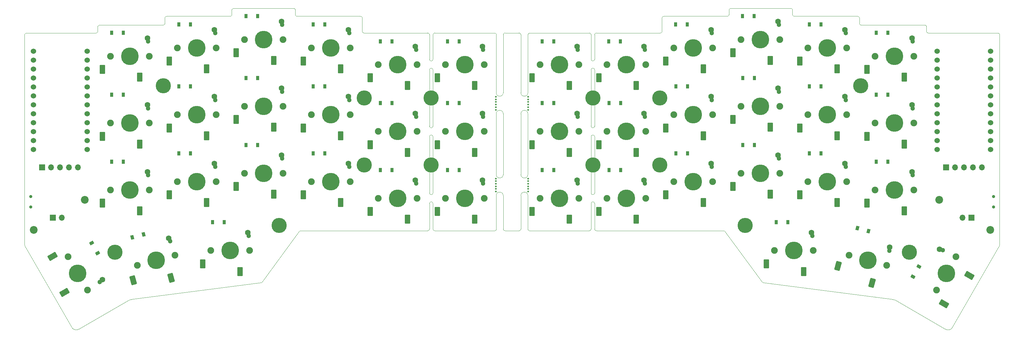
<source format=gbs>
G04 #@! TF.GenerationSoftware,KiCad,Pcbnew,(6.99.0-1912-g359c99991b)*
G04 #@! TF.CreationDate,2023-07-01T16:50:16+07:00*
G04 #@! TF.ProjectId,corne_chocoflan,636f726e-655f-4636-986f-636f666c616e,2*
G04 #@! TF.SameCoordinates,Original*
G04 #@! TF.FileFunction,Soldermask,Bot*
G04 #@! TF.FilePolarity,Negative*
%FSLAX46Y46*%
G04 Gerber Fmt 4.6, Leading zero omitted, Abs format (unit mm)*
G04 Created by KiCad (PCBNEW (6.99.0-1912-g359c99991b)) date 2023-07-01 16:50:16*
%MOMM*%
%LPD*%
G01*
G04 APERTURE LIST*
G04 Aperture macros list*
%AMRoundRect*
0 Rectangle with rounded corners*
0 $1 Rounding radius*
0 $2 $3 $4 $5 $6 $7 $8 $9 X,Y pos of 4 corners*
0 Add a 4 corners polygon primitive as box body*
4,1,4,$2,$3,$4,$5,$6,$7,$8,$9,$2,$3,0*
0 Add four circle primitives for the rounded corners*
1,1,$1+$1,$2,$3*
1,1,$1+$1,$4,$5*
1,1,$1+$1,$6,$7*
1,1,$1+$1,$8,$9*
0 Add four rect primitives between the rounded corners*
20,1,$1+$1,$2,$3,$4,$5,0*
20,1,$1+$1,$4,$5,$6,$7,0*
20,1,$1+$1,$6,$7,$8,$9,0*
20,1,$1+$1,$8,$9,$2,$3,0*%
%AMRotRect*
0 Rectangle, with rotation*
0 The origin of the aperture is its center*
0 $1 length*
0 $2 width*
0 $3 Rotation angle, in degrees counterclockwise*
0 Add horizontal line*
21,1,$1,$2,0,0,$3*%
G04 Aperture macros list end*
%ADD10C,2.200000*%
%ADD11C,4.300000*%
%ADD12R,1.700000X1.700000*%
%ADD13O,1.700000X1.700000*%
%ADD14C,0.500000*%
%ADD15C,1.524000*%
%ADD16C,0.900000*%
%ADD17R,0.900000X1.200000*%
%ADD18C,1.900000*%
%ADD19C,1.300000*%
%ADD20C,1.600000*%
%ADD21C,5.000000*%
%ADD22RoundRect,0.160000X0.640000X1.140000X-0.640000X1.140000X-0.640000X-1.140000X0.640000X-1.140000X0*%
%ADD23RotRect,0.900000X1.200000X300.000000*%
%ADD24RotRect,0.900000X1.200000X165.000000*%
%ADD25RoundRect,0.160000X0.913246X0.935511X-0.323139X1.266800X-0.913246X-0.935511X0.323139X-1.266800X0*%
%ADD26RotRect,0.900000X1.200000X240.000000*%
%ADD27RoundRect,0.160000X-0.667269X1.124256X-1.307269X0.015744X0.667269X-1.124256X1.307269X-0.015744X0*%
%ADD28RoundRect,0.160000X0.323139X1.266800X-0.913246X0.935511X-0.323139X-1.266800X0.913246X-0.935511X0*%
%ADD29RotRect,0.900000X1.200000X15.000000*%
%ADD30RoundRect,0.160000X1.307269X0.015744X0.667269X1.124256X-1.307269X-0.015744X-0.667269X-1.124256X0*%
G04 #@! TA.AperFunction,Profile*
%ADD31C,0.100000*%
G04 #@! TD*
%ADD32C,0.100000*%
%ADD33C,0.200000*%
G04 APERTURE END LIST*
D10*
X259432092Y-54485708D03*
D11*
X96332284Y-44511708D03*
X250893092Y-69366708D03*
X161170092Y-25511708D03*
X180170092Y-25511708D03*
D12*
X4994506Y-45249931D03*
D13*
X7534506Y-45249931D03*
X10074506Y-45249931D03*
X12614506Y-45249931D03*
X15154506Y-45249931D03*
D14*
X142801188Y-48400511D03*
X142801188Y-49140511D03*
X142801188Y-49880511D03*
X142801188Y-50620511D03*
X142801188Y-51360511D03*
X142801188Y-52100511D03*
D15*
X17740418Y-12171932D03*
X17740418Y-14711932D03*
X17740418Y-17251932D03*
X17740418Y-19791932D03*
X17740418Y-22331932D03*
X17740418Y-24871932D03*
X17740418Y-27411932D03*
X17740418Y-29951932D03*
X17740418Y-32491932D03*
X17740418Y-35031932D03*
X17740418Y-37571932D03*
X17740418Y-40111932D03*
X2520418Y-40111932D03*
X2520418Y-37571932D03*
X2520418Y-35031932D03*
X2520418Y-32491932D03*
X2520418Y-29951932D03*
X2520418Y-27411932D03*
X2520418Y-24871932D03*
X2520418Y-22331932D03*
X2520418Y-19791932D03*
X2520418Y-17251932D03*
X2520418Y-14711932D03*
X2520418Y-12171932D03*
D11*
X180170092Y-44511708D03*
X96332284Y-25511708D03*
D10*
X273864092Y-63006708D03*
D14*
X142801188Y-25150739D03*
X142801188Y-25890739D03*
X142801188Y-26630739D03*
X142801188Y-27370739D03*
X142801188Y-28110739D03*
X142801188Y-28850739D03*
D11*
X204327092Y-61752208D03*
D10*
X2638284Y-63006708D03*
D14*
X133701188Y-28850739D03*
X133701188Y-28110739D03*
X133701188Y-27370739D03*
X133701188Y-26630739D03*
X133701188Y-25890739D03*
X133701188Y-25150739D03*
D16*
X1721188Y-53500000D03*
X1721188Y-56500000D03*
D11*
X72175284Y-61752208D03*
D14*
X133701188Y-52100511D03*
X133701188Y-51360511D03*
X133701188Y-50620511D03*
X133701188Y-49880511D03*
X133701188Y-49140511D03*
X133701188Y-48400511D03*
D11*
X161170092Y-44511708D03*
X115332284Y-25511708D03*
X39364284Y-21997208D03*
D12*
X261347868Y-45249931D03*
D13*
X263887868Y-45249931D03*
X266427868Y-45249931D03*
X268967868Y-45249931D03*
X271507868Y-45249931D03*
D11*
X115332284Y-44511708D03*
X25609284Y-69366708D03*
D15*
X273984758Y-12171932D03*
X273984758Y-14711932D03*
X273984758Y-17251932D03*
X273984758Y-19791932D03*
X273984758Y-22331932D03*
X273984758Y-24871932D03*
X273984758Y-27411932D03*
X273984758Y-29951932D03*
X273984758Y-32491932D03*
X273984758Y-35031932D03*
X273984758Y-37571932D03*
X273984758Y-40111932D03*
X258764758Y-40111932D03*
X258764758Y-37571932D03*
X258764758Y-35031932D03*
X258764758Y-32491932D03*
X258764758Y-29951932D03*
X258764758Y-27411932D03*
X258764758Y-24871932D03*
X258764758Y-22331932D03*
X258764758Y-19791932D03*
X258764758Y-17251932D03*
X258764758Y-14711932D03*
X258764758Y-12171932D03*
D11*
X237138092Y-21997208D03*
D10*
X17070284Y-54485708D03*
D16*
X274781188Y-56500000D03*
X274781188Y-53500000D03*
D17*
X225851187Y-4619863D03*
X222551187Y-4619863D03*
D18*
X233168358Y-49259932D03*
D19*
X232888358Y-45059932D03*
D20*
X232668358Y-44109932D03*
D21*
X227668358Y-49259932D03*
D18*
X222168358Y-49259932D03*
D22*
X219868358Y-53009932D03*
X230468358Y-55209932D03*
D18*
X252168358Y-51634932D03*
D19*
X251888358Y-47434932D03*
D20*
X251668358Y-46484932D03*
D21*
X246668358Y-51634932D03*
D18*
X241168358Y-51634932D03*
D22*
X238868358Y-55384932D03*
X249468358Y-57584932D03*
D18*
X130334018Y-35009932D03*
D19*
X130054018Y-30809932D03*
D20*
X129834018Y-29859932D03*
D21*
X124834018Y-35009932D03*
D18*
X119334018Y-35009932D03*
D22*
X117034018Y-38759932D03*
X127634018Y-40959932D03*
D17*
X119916847Y-46019863D03*
X123216847Y-46019863D03*
X100916847Y-26969863D03*
X104216847Y-26969863D03*
D23*
X19032763Y-66728008D03*
X20682763Y-69585892D03*
D18*
X111334018Y-16009932D03*
D19*
X111054018Y-11809932D03*
D20*
X110834018Y-10859932D03*
D21*
X105834018Y-16009932D03*
D18*
X100334018Y-16009932D03*
D22*
X98034018Y-19759932D03*
X108634018Y-21959932D03*
D24*
X239359717Y-63383108D03*
X236172161Y-62529006D03*
D17*
X24716847Y-24594863D03*
X28016847Y-24594863D03*
D18*
X54334018Y-11259932D03*
D19*
X54054018Y-7059932D03*
D20*
X53834018Y-6109932D03*
D21*
X48834018Y-11259932D03*
D18*
X43334018Y-11259932D03*
D22*
X41034018Y-15009932D03*
X51634018Y-17209932D03*
D18*
X195168358Y-11259932D03*
D19*
X194888358Y-7059932D03*
D20*
X194668358Y-6109932D03*
D21*
X189668358Y-11259932D03*
D18*
X184168358Y-11259932D03*
D22*
X181868358Y-15009932D03*
X192468358Y-17209932D03*
D17*
X100916847Y-46019863D03*
X104216847Y-46019863D03*
X150101187Y-26969863D03*
X146801187Y-26969863D03*
X225899999Y-41269863D03*
X222599999Y-41269863D03*
X43766847Y-41269863D03*
X47066847Y-41269863D03*
D18*
X35334018Y-51634932D03*
D19*
X35054018Y-47434932D03*
D20*
X34834018Y-46484932D03*
D21*
X29834018Y-51634932D03*
D18*
X24334018Y-51634932D03*
D22*
X22034018Y-55384932D03*
X32634018Y-57584932D03*
D18*
X92334018Y-11259932D03*
D19*
X92054018Y-7059932D03*
D20*
X91834018Y-6109932D03*
D21*
X86834018Y-11259932D03*
D18*
X81334018Y-11259932D03*
D22*
X79034018Y-15009932D03*
X89634018Y-17209932D03*
D17*
X169051187Y-46019863D03*
X165751187Y-46019863D03*
D18*
X244480950Y-73058437D03*
D19*
X245297531Y-68929079D03*
D20*
X245330905Y-67954509D03*
D21*
X239168358Y-71634932D03*
D18*
X233855766Y-70211427D03*
D25*
X230663565Y-73238365D03*
X240332977Y-78106884D03*
D18*
X252168358Y-32634932D03*
D19*
X251888358Y-28434932D03*
D20*
X251668358Y-27484932D03*
D21*
X246668358Y-32634932D03*
D18*
X241168358Y-32634932D03*
D22*
X238868358Y-36384932D03*
X249468358Y-38584932D03*
D26*
X253596869Y-73435794D03*
X251946869Y-76293678D03*
D18*
X223668358Y-68884932D03*
D19*
X223388358Y-64684932D03*
D20*
X223168358Y-63734932D03*
D21*
X218168358Y-68884932D03*
D18*
X212668358Y-68884932D03*
D22*
X210368358Y-72634932D03*
X220968358Y-74834932D03*
D17*
X81866847Y-41269863D03*
X85166847Y-41269863D03*
D18*
X92334018Y-30259932D03*
D19*
X92054018Y-26059932D03*
D20*
X91834018Y-25109932D03*
D21*
X86834018Y-30259932D03*
D18*
X81334018Y-30259932D03*
D22*
X79034018Y-34009932D03*
X89634018Y-36209932D03*
D17*
X187951187Y-4619863D03*
X184651187Y-4619863D03*
D18*
X35334018Y-13634932D03*
D19*
X35054018Y-9434932D03*
D20*
X34834018Y-8484932D03*
D21*
X29834018Y-13634932D03*
D18*
X24334018Y-13634932D03*
D22*
X22034018Y-17384932D03*
X32634018Y-19584932D03*
D17*
X24716847Y-43644863D03*
X28016847Y-43644863D03*
D18*
X157168358Y-35009932D03*
D19*
X156888358Y-30809932D03*
D20*
X156668358Y-29859932D03*
D21*
X151668358Y-35009932D03*
D18*
X146168358Y-35009932D03*
D22*
X143868358Y-38759932D03*
X154468358Y-40959932D03*
D17*
X169051187Y-26969863D03*
X165751187Y-26969863D03*
D18*
X157168358Y-16009932D03*
D19*
X156888358Y-11809932D03*
D20*
X156668358Y-10859932D03*
D21*
X151668358Y-16009932D03*
D18*
X146168358Y-16009932D03*
D22*
X143868358Y-19759932D03*
X154468358Y-21959932D03*
D18*
X264168358Y-70621792D03*
D19*
X260391051Y-68764279D03*
D20*
X259458327Y-68479805D03*
D21*
X261418358Y-75384932D03*
D18*
X258668358Y-80148072D03*
D27*
X260765953Y-84014930D03*
X267971209Y-75935061D03*
D18*
X42646610Y-70211427D03*
D19*
X41289111Y-66227008D03*
D20*
X40830729Y-65366319D03*
D21*
X37334018Y-71634932D03*
D18*
X32021426Y-73058437D03*
D28*
X30770368Y-77275942D03*
X41578584Y-76657497D03*
D18*
X214168358Y-46884932D03*
D19*
X213888358Y-42684932D03*
D20*
X213668358Y-41734932D03*
D21*
X208668358Y-46884932D03*
D18*
X203168358Y-46884932D03*
D22*
X200868358Y-50634932D03*
X211468358Y-52834932D03*
D17*
X43716847Y-4619863D03*
X47016847Y-4619863D03*
D18*
X111334018Y-54009932D03*
D19*
X111054018Y-49809932D03*
D20*
X110834018Y-48859932D03*
D21*
X105834018Y-54009932D03*
D18*
X100334018Y-54009932D03*
D22*
X98034018Y-57759932D03*
X108634018Y-59959932D03*
D17*
X225899999Y-22219863D03*
X222599999Y-22219863D03*
D12*
X268516187Y-59499999D03*
D13*
X265976187Y-59499999D03*
D18*
X157168358Y-54009932D03*
D19*
X156888358Y-49809932D03*
D20*
X156668358Y-48859932D03*
D21*
X151668358Y-54009932D03*
D18*
X146168358Y-54009932D03*
D22*
X143868358Y-57759932D03*
X154468358Y-59959932D03*
D18*
X176168358Y-54009932D03*
D19*
X175888358Y-49809932D03*
D20*
X175668358Y-48859932D03*
D21*
X170668358Y-54009932D03*
D18*
X165168358Y-54009932D03*
D22*
X162868358Y-57759932D03*
X173468358Y-59959932D03*
D17*
X100866847Y-9369863D03*
X104166847Y-9369863D03*
X24666847Y-6994863D03*
X27966847Y-6994863D03*
D18*
X233168358Y-11259932D03*
D19*
X232888358Y-7059932D03*
D20*
X232668358Y-6109932D03*
D21*
X227668358Y-11259932D03*
D18*
X222168358Y-11259932D03*
D22*
X219868358Y-15009932D03*
X230468358Y-17209932D03*
D18*
X195168358Y-49259932D03*
D19*
X194888358Y-45059932D03*
D20*
X194668358Y-44109932D03*
D21*
X189668358Y-49259932D03*
D18*
X184168358Y-49259932D03*
D22*
X181868358Y-53009932D03*
X192468358Y-55209932D03*
D17*
X62816847Y-38894863D03*
X66116847Y-38894863D03*
X53316847Y-60844863D03*
X56616847Y-60844863D03*
D18*
X214168358Y-27884932D03*
D19*
X213888358Y-23684932D03*
D20*
X213668358Y-22734932D03*
D21*
X208668358Y-27884932D03*
D18*
X203168358Y-27884932D03*
D22*
X200868358Y-31634932D03*
X211468358Y-33834932D03*
D18*
X92334018Y-49259932D03*
D19*
X92054018Y-45059932D03*
D20*
X91834018Y-44109932D03*
D21*
X86834018Y-49259932D03*
D18*
X81334018Y-49259932D03*
D22*
X79034018Y-53009932D03*
X89634018Y-55209932D03*
D18*
X195168358Y-30259932D03*
D19*
X194888358Y-26059932D03*
D20*
X194668358Y-25109932D03*
D21*
X189668358Y-30259932D03*
D18*
X184168358Y-30259932D03*
D22*
X181868358Y-34009932D03*
X192468358Y-36209932D03*
D18*
X214168358Y-8884932D03*
D19*
X213888358Y-4684932D03*
D20*
X213668358Y-3734932D03*
D21*
X208668358Y-8884932D03*
D18*
X203168358Y-8884932D03*
D22*
X200868358Y-12634932D03*
X211468358Y-14834932D03*
D17*
X244801187Y-6994863D03*
X241501187Y-6994863D03*
X206901187Y-2244863D03*
X203601187Y-2244863D03*
X206949999Y-19844863D03*
X203649999Y-19844863D03*
D18*
X176168358Y-16009932D03*
D19*
X175888358Y-11809932D03*
D20*
X175668358Y-10859932D03*
D21*
X170668358Y-16009932D03*
D18*
X165168358Y-16009932D03*
D22*
X162868358Y-19759932D03*
X173468358Y-21959932D03*
D17*
X206949999Y-38894863D03*
X203649999Y-38894863D03*
X62766847Y-2244863D03*
X66066847Y-2244863D03*
D18*
X73334018Y-46884932D03*
D19*
X73054018Y-42684932D03*
D20*
X72834018Y-41734932D03*
D21*
X67834018Y-46884932D03*
D18*
X62334018Y-46884932D03*
D22*
X60034018Y-50634932D03*
X70634018Y-52834932D03*
D18*
X233168358Y-30259932D03*
D19*
X232888358Y-26059932D03*
D20*
X232668358Y-25109932D03*
D21*
X227668358Y-30259932D03*
D18*
X222168358Y-30259932D03*
D22*
X219868358Y-34009932D03*
X230468358Y-36209932D03*
D17*
X119916847Y-9369863D03*
X123216847Y-9369863D03*
X62816847Y-19844863D03*
X66116847Y-19844863D03*
D18*
X73334018Y-27884932D03*
D19*
X73054018Y-23684932D03*
D20*
X72834018Y-22734932D03*
D21*
X67834018Y-27884932D03*
D18*
X62334018Y-27884932D03*
D22*
X60034018Y-31634932D03*
X70634018Y-33834932D03*
D18*
X73334018Y-8884932D03*
D19*
X73054018Y-4684932D03*
D20*
X72834018Y-3734932D03*
D21*
X67834018Y-8884932D03*
D18*
X62334018Y-8884932D03*
D22*
X60034018Y-12634932D03*
X70634018Y-14834932D03*
D18*
X130334018Y-54009932D03*
D19*
X130054018Y-49809932D03*
D20*
X129834018Y-48859932D03*
D21*
X124834018Y-54009932D03*
D18*
X119334018Y-54009932D03*
D22*
X117034018Y-57759932D03*
X127634018Y-59959932D03*
D17*
X244849999Y-24594863D03*
X241549999Y-24594863D03*
X119966847Y-26969863D03*
X123266847Y-26969863D03*
D12*
X7986187Y-59499999D03*
D13*
X10526187Y-59499999D03*
D29*
X30557974Y-65147468D03*
X33745530Y-64293366D03*
D17*
X188001187Y-22219863D03*
X184701187Y-22219863D03*
X150051187Y-46019863D03*
X146751187Y-46019863D03*
D18*
X176168358Y-35009932D03*
D19*
X175888358Y-30809932D03*
D20*
X175668358Y-29859932D03*
D21*
X170668358Y-35009932D03*
D18*
X165168358Y-35009932D03*
D22*
X162868358Y-38759932D03*
X173468358Y-40959932D03*
D17*
X81816847Y-4619863D03*
X85116847Y-4619863D03*
X169001187Y-9369863D03*
X165701187Y-9369863D03*
D18*
X35334018Y-32634932D03*
D19*
X35054018Y-28434932D03*
D20*
X34834018Y-27484932D03*
D21*
X29834018Y-32634932D03*
D18*
X24334018Y-32634932D03*
D22*
X22034018Y-36384932D03*
X32634018Y-38584932D03*
D17*
X81866847Y-22219863D03*
X85166847Y-22219863D03*
X244849999Y-43644863D03*
X241549999Y-43644863D03*
D18*
X54334018Y-49259932D03*
D19*
X54054018Y-45059932D03*
D20*
X53834018Y-44109932D03*
D21*
X48834018Y-49259932D03*
D18*
X43334018Y-49259932D03*
D22*
X41034018Y-53009932D03*
X51634018Y-55209932D03*
D17*
X150051187Y-9369863D03*
X146751187Y-9369863D03*
D18*
X17834018Y-80148072D03*
D19*
X21331325Y-77805585D03*
D20*
X22044049Y-77140059D03*
D21*
X15084018Y-75384932D03*
D18*
X12334018Y-70621792D03*
D30*
X7936423Y-70504934D03*
X11331167Y-80784803D03*
D17*
X216451187Y-60844863D03*
X213151187Y-60844863D03*
D18*
X63834018Y-68884932D03*
D19*
X63554018Y-64684932D03*
D20*
X63334018Y-63734932D03*
D21*
X58334018Y-68884932D03*
D18*
X52834018Y-68884932D03*
D22*
X50534018Y-72634932D03*
X61134018Y-74834932D03*
D18*
X252168358Y-13634932D03*
D19*
X251888358Y-9434932D03*
D20*
X251668358Y-8484932D03*
D21*
X246668358Y-13634932D03*
D18*
X241168358Y-13634932D03*
D22*
X238868358Y-17384932D03*
X249468358Y-19584932D03*
D17*
X188001187Y-41269863D03*
X184701187Y-41269863D03*
D18*
X130334018Y-16009932D03*
D19*
X130054018Y-11809932D03*
D20*
X129834018Y-10859932D03*
D21*
X124834018Y-16009932D03*
D18*
X119334018Y-16009932D03*
D22*
X117034018Y-19759932D03*
X127634018Y-21959932D03*
D17*
X43766847Y-22219863D03*
X47066847Y-22219863D03*
D18*
X54334018Y-30259932D03*
D19*
X54054018Y-26059932D03*
D20*
X53834018Y-25109932D03*
D21*
X48834018Y-30259932D03*
D18*
X43334018Y-30259932D03*
D22*
X41034018Y-34009932D03*
X51634018Y-36209932D03*
D18*
X111334018Y-35009932D03*
D19*
X111054018Y-30809932D03*
D20*
X110834018Y-29859932D03*
D21*
X105834018Y-35009932D03*
D18*
X100334018Y-35009932D03*
D22*
X98034018Y-38759932D03*
X108634018Y-40959932D03*
D31*
X133249285Y-7002009D02*
X116332284Y-7002009D01*
D32*
X255750597Y-5250174D02*
X255741214Y-5149988D01*
X255702773Y-5034467D01*
X255638356Y-4933394D01*
X255551935Y-4850694D01*
X255447481Y-4790286D01*
X255328965Y-4756095D01*
X255252757Y-4749795D01*
D31*
X160670092Y-62751781D02*
X160670092Y-55502009D01*
X162170092Y-7002009D02*
X180252981Y-7002009D01*
X160170092Y-7002009D02*
X143253091Y-7002009D01*
X276502376Y-7500612D02*
X276502376Y-66974653D01*
X114832291Y-7502009D02*
G75*
G03*
X114332284Y-7002009I-499991J9D01*
G01*
X115832284Y-36502009D02*
X115832284Y-52502009D01*
D32*
X198606497Y-63398337D02*
X198520082Y-63329194D01*
X198421535Y-63281102D01*
X198314594Y-63255609D01*
X198252931Y-63251781D01*
D33*
X217253125Y-1776D02*
X217253125Y-1776D01*
D31*
X135751188Y-7502009D02*
X135751188Y-24000739D01*
X263050292Y-90783320D02*
X276276316Y-67850953D01*
D32*
X58750142Y-1750058D02*
X58739756Y-1851413D01*
X58700405Y-1967956D01*
X58635398Y-2069592D01*
X58548637Y-2152432D01*
X58444025Y-2212590D01*
X58325464Y-2246178D01*
X58249256Y-2251960D01*
X199250893Y-2250437D02*
X199352331Y-2240802D01*
X199468915Y-2202098D01*
X199570490Y-2137423D01*
X199653135Y-2050691D01*
X199712926Y-1945818D01*
X199745944Y-1826718D01*
X199751272Y-1750058D01*
X200251652Y0D02*
X200151305Y-10769D01*
X200035690Y-50475D01*
X199934676Y-115714D01*
X199852218Y-202597D01*
X199792271Y-307238D01*
X199758788Y-425749D01*
X199753048Y-501897D01*
D31*
X114832284Y-17502009D02*
X114832284Y-33502009D01*
X15380201Y-91162792D02*
X29674284Y-82901708D01*
X161670092Y-14502009D02*
X161670092Y-7502009D01*
X161670091Y-17502009D02*
G75*
G03*
X161170092Y-17002009I-499991J9D01*
G01*
D32*
X209149521Y-77855497D02*
X209235957Y-77924558D01*
X209334507Y-77972574D01*
X209441435Y-77998000D01*
X209503086Y-78001795D01*
X0Y-7500612D02*
X10005Y-7400299D01*
X49023Y-7284717D01*
X113844Y-7183721D01*
X200556Y-7101266D01*
X305246Y-7041302D01*
X424002Y-7007783D01*
X500379Y-7002009D01*
X96249395Y-7002009D02*
X96148626Y-6991871D01*
X96032633Y-6952706D01*
X95931404Y-6887721D01*
X95848890Y-6800789D01*
X95789040Y-6695784D01*
X95755806Y-6576579D01*
X95750285Y-6499853D01*
D31*
X161670119Y-62751781D02*
G75*
G03*
X162170092Y-63251781I499981J-19D01*
G01*
X160670091Y-14502009D02*
G75*
G03*
X161170092Y-15002009I500009J9D01*
G01*
X114832284Y-7502009D02*
X114832284Y-14502009D01*
D32*
X180252981Y-7002009D02*
X180353749Y-6991871D01*
X180469742Y-6952706D01*
X180570971Y-6887721D01*
X180653485Y-6800789D01*
X180713335Y-6695784D01*
X180746569Y-6576579D01*
X180752091Y-6499853D01*
X20749497Y-6501887D02*
X20739360Y-6602656D01*
X20700235Y-6718668D01*
X20635374Y-6819959D01*
X20548698Y-6902602D01*
X20444127Y-6962667D01*
X20325581Y-6996228D01*
X20249376Y-7002009D01*
D31*
X116332284Y-63251781D02*
X133249285Y-63251781D01*
D32*
X39749433Y-4251955D02*
X39739252Y-4352715D01*
X39700102Y-4468667D01*
X39635285Y-4569801D01*
X39548759Y-4652145D01*
X39444479Y-4711727D01*
X39326403Y-4744573D01*
X39250581Y-4749795D01*
D31*
X135751188Y-53250511D02*
X135751188Y-62751781D01*
D32*
X20751779Y-5250174D02*
X20761161Y-5149988D01*
X20799602Y-5034467D01*
X20864019Y-4933394D01*
X20950440Y-4850694D01*
X21054894Y-4790286D01*
X21173410Y-4756095D01*
X21249619Y-4749795D01*
X255752879Y-6501887D02*
X255763015Y-6602656D01*
X255802140Y-6718668D01*
X255867001Y-6819959D01*
X255953677Y-6902602D01*
X256058248Y-6962667D01*
X256176794Y-6996228D01*
X256253000Y-7002009D01*
D31*
X114332284Y-7002009D02*
X96249395Y-7002009D01*
X180752091Y-2750817D02*
X180752091Y-6499853D01*
D32*
X236752943Y-4251955D02*
X236763123Y-4352715D01*
X236802273Y-4468667D01*
X236867090Y-4569801D01*
X236953616Y-4652145D01*
X237057896Y-4711727D01*
X237175972Y-4744573D01*
X237251795Y-4749795D01*
X133751188Y-62750638D02*
X133741000Y-62851406D01*
X133701788Y-62967425D01*
X133636784Y-63068762D01*
X133549874Y-63151521D01*
X133444945Y-63211804D01*
X133325886Y-63245714D01*
X133249285Y-63251781D01*
D31*
X198606497Y-63398337D02*
X209149521Y-77855497D01*
D32*
X143253091Y-7002009D02*
X143152317Y-7012141D01*
X143036268Y-7051258D01*
X142934867Y-7116103D01*
X142852000Y-7202748D01*
X142791556Y-7307268D01*
X142757422Y-7425737D01*
X142751188Y-7501882D01*
D31*
X160670092Y-52502009D02*
X160670092Y-36502009D01*
X115332284Y-34001984D02*
G75*
G03*
X115832284Y-33502009I16J499984D01*
G01*
X161670092Y-36502009D02*
X161670092Y-52502009D01*
X140751188Y-53250511D02*
X140751188Y-62751781D01*
X246828092Y-82901708D02*
X261122175Y-91162792D01*
X67352855Y-77855497D02*
X77895879Y-63398337D01*
X161170092Y-34001992D02*
G75*
G03*
X161670092Y-33502009I8J499992D01*
G01*
D32*
X261122175Y-91162792D02*
X261243752Y-91236101D01*
X261369682Y-91295626D01*
X261498999Y-91341548D01*
X261630743Y-91374049D01*
X261763948Y-91393309D01*
X261897653Y-91399512D01*
X262030894Y-91392838D01*
X262162708Y-91373470D01*
X262292133Y-91341588D01*
X262418204Y-91297376D01*
X262539960Y-91241013D01*
X262656436Y-91172683D01*
X262766671Y-91092567D01*
X262869700Y-91000847D01*
X262964561Y-90897704D01*
X263050292Y-90783320D01*
D31*
X160670091Y-33502009D02*
G75*
G03*
X161170092Y-34002009I500009J9D01*
G01*
D32*
X67352855Y-77855497D02*
X67266418Y-77924558D01*
X67167868Y-77972574D01*
X67060940Y-77998000D01*
X66999290Y-78001795D01*
D31*
X133751188Y-30000739D02*
X133751188Y-47250511D01*
X161670091Y-36502009D02*
G75*
G03*
X161170092Y-36002009I-499991J9D01*
G01*
X20249376Y-7002009D02*
X500379Y-7002009D01*
X114832291Y-52502009D02*
G75*
G03*
X115332284Y-53002009I500009J9D01*
G01*
X160170092Y-63251792D02*
G75*
G03*
X160670092Y-62751781I8J499992D01*
G01*
X140751188Y-47250511D02*
X140751188Y-30000739D01*
X142751188Y-47250511D02*
X142751188Y-30000739D01*
X39250581Y-4749795D02*
X21249619Y-4749795D01*
D33*
X59249251Y-1776D02*
X59249251Y-1776D01*
D31*
X114832291Y-33502009D02*
G75*
G03*
X115332284Y-34002009I500009J9D01*
G01*
X160670092Y-17502009D02*
X160670092Y-33502009D01*
X115332284Y-53001984D02*
G75*
G03*
X115832284Y-52502009I16J499984D01*
G01*
X161170092Y-15001992D02*
G75*
G03*
X161670092Y-14502009I8J499992D01*
G01*
X217752234Y-1750058D02*
X217752234Y-500379D01*
X162170092Y-63251781D02*
X198252931Y-63251781D01*
D32*
X39750961Y-2750817D02*
X39760633Y-2650421D01*
X39799327Y-2534763D01*
X39863888Y-2433720D01*
X39950358Y-2351237D01*
X40054777Y-2291259D01*
X40173189Y-2257735D01*
X40249306Y-2251960D01*
X95249400Y-2250437D02*
X95350133Y-2261114D01*
X95466114Y-2300699D01*
X95567417Y-2365788D01*
X95650140Y-2452468D01*
X95710384Y-2556828D01*
X95744249Y-2674957D01*
X95750285Y-2750817D01*
X217752234Y-1750058D02*
X217762619Y-1851413D01*
X217801970Y-1967956D01*
X217866977Y-2069592D01*
X217953738Y-2152432D01*
X218058350Y-2212590D01*
X218176911Y-2246178D01*
X218253120Y-2251960D01*
D31*
X115832284Y-33502009D02*
X115832284Y-17502009D01*
X58750142Y-500379D02*
X58750142Y-1750058D01*
X209503086Y-78001795D02*
X246173536Y-82772168D01*
X162170092Y-7001992D02*
G75*
G03*
X161670092Y-7502009I8J-500008D01*
G01*
X160670091Y-52502009D02*
G75*
G03*
X161170092Y-53002009I500009J9D01*
G01*
D32*
X77251483Y-2250437D02*
X77150044Y-2240802D01*
X77033460Y-2202098D01*
X76931885Y-2137423D01*
X76849240Y-2050691D01*
X76789449Y-1945818D01*
X76756431Y-1826718D01*
X76751104Y-1750058D01*
D31*
X161170092Y-53001992D02*
G75*
G03*
X161670092Y-52502009I8J499992D01*
G01*
X199753048Y-501897D02*
X199751272Y-1750058D01*
X95249400Y-2250437D02*
X77251483Y-2250437D01*
X115332284Y-15001984D02*
G75*
G03*
X115832284Y-14502009I16J499984D01*
G01*
X39750961Y-2750817D02*
X39749433Y-4251955D01*
X20749497Y-6501887D02*
X20751779Y-5250174D01*
X115832291Y-55502009D02*
G75*
G03*
X115332284Y-55002009I-499991J9D01*
G01*
D32*
X15380201Y-91162792D02*
X15258623Y-91236101D01*
X15132693Y-91295626D01*
X15003376Y-91341548D01*
X14871632Y-91374049D01*
X14738427Y-91393309D01*
X14604722Y-91399512D01*
X14471481Y-91392838D01*
X14339667Y-91373470D01*
X14210242Y-91341588D01*
X14084171Y-91297376D01*
X13962415Y-91241013D01*
X13845939Y-91172683D01*
X13735704Y-91092567D01*
X13632675Y-91000847D01*
X13537814Y-90897704D01*
X13452084Y-90783320D01*
D31*
X136251188Y-7001988D02*
G75*
G03*
X135751188Y-7502009I12J-500012D01*
G01*
X160670092Y-7502009D02*
X160670092Y-14502009D01*
D32*
X217752234Y-500379D02*
X217742351Y-400108D01*
X217703436Y-284514D01*
X217638661Y-183407D01*
X217551941Y-100710D01*
X217447190Y-40344D01*
X217328323Y-6233D01*
X217251855Y0D01*
X276502376Y-7500612D02*
X276492370Y-7400299D01*
X276453352Y-7284717D01*
X276388531Y-7183721D01*
X276301819Y-7101266D01*
X276197129Y-7041302D01*
X276078373Y-7007783D01*
X276001997Y-7002009D01*
D31*
X142751188Y-7501882D02*
X142751188Y-24000739D01*
X115832284Y-55502009D02*
X115832284Y-62751781D01*
X140251188Y-7002009D02*
X136251188Y-7002009D01*
D32*
X181252976Y-2250437D02*
X181152242Y-2261114D01*
X181036261Y-2300699D01*
X180934958Y-2365788D01*
X180852235Y-2452468D01*
X180791991Y-2556828D01*
X180758126Y-2674957D01*
X180752091Y-2750817D01*
D31*
X140251188Y-63251781D02*
X136251188Y-63251781D01*
D32*
X226060Y-67850953D02*
X172453Y-67749381D01*
X125872Y-67644879D01*
X86424Y-67537774D01*
X54220Y-67428392D01*
X29366Y-67317063D01*
X11973Y-67204111D01*
X2148Y-67089865D01*
X0Y-66974653D01*
D31*
X115332284Y-17001984D02*
G75*
G03*
X114832284Y-17502009I16J-500016D01*
G01*
X161170092Y-55001992D02*
G75*
G03*
X160670092Y-55502009I8J-500008D01*
G01*
D32*
X58750142Y-500379D02*
X58760024Y-400108D01*
X58798939Y-284514D01*
X58863714Y-183407D01*
X58950434Y-100710D01*
X59055185Y-40344D01*
X59174052Y-6233D01*
X59250521Y0D01*
D31*
X142751188Y-53250511D02*
X142751188Y-62750638D01*
X114332284Y-63251781D02*
X78249445Y-63251781D01*
X30328840Y-82772168D02*
X66999290Y-78001795D01*
X217251855Y0D02*
X200251652Y0D01*
X236752943Y-4251955D02*
X236751415Y-2750817D01*
X115832291Y-36502009D02*
G75*
G03*
X115332284Y-36002009I-499991J9D01*
G01*
X114832291Y-14502009D02*
G75*
G03*
X115332284Y-15002009I500009J9D01*
G01*
X133751188Y-62750638D02*
X133751188Y-53250511D01*
X95750285Y-6499853D02*
X95750285Y-2750817D01*
X114332284Y-63251784D02*
G75*
G03*
X114832284Y-62751781I16J499984D01*
G01*
X76250724Y0D02*
X59250521Y0D01*
X114832284Y-62751781D02*
X114832284Y-55502009D01*
D32*
X76250724Y0D02*
X76351070Y-10769D01*
X76466685Y-50475D01*
X76567699Y-115714D01*
X76650157Y-202597D01*
X76710104Y-307238D01*
X76743587Y-425749D01*
X76749328Y-501897D01*
D31*
X255252757Y-4749795D02*
X237251795Y-4749795D01*
X115332284Y-36001984D02*
G75*
G03*
X114832284Y-36502009I16J-500016D01*
G01*
X161170092Y-17001992D02*
G75*
G03*
X160670092Y-17502009I8J-500008D01*
G01*
D32*
X29674284Y-82901708D02*
X29774742Y-82873044D01*
X29875978Y-82847480D01*
X29977921Y-82825028D01*
X30080498Y-82805703D01*
X30183637Y-82789520D01*
X30287267Y-82776492D01*
X30328840Y-82772168D01*
D31*
X255750597Y-5250174D02*
X255752879Y-6501887D01*
X226060Y-67850953D02*
X13452084Y-90783320D01*
D32*
X133249285Y-7002009D02*
X133350058Y-7012141D01*
X133466107Y-7051258D01*
X133567508Y-7116103D01*
X133650375Y-7202748D01*
X133710819Y-7307268D01*
X133744953Y-7425737D01*
X133751188Y-7501882D01*
D31*
X133751188Y-24000739D02*
X133751188Y-7501882D01*
X40249306Y-2251960D02*
X58249256Y-2251960D01*
X115832291Y-17502009D02*
G75*
G03*
X115332284Y-17002009I-499991J9D01*
G01*
X115332284Y-55001984D02*
G75*
G03*
X114832284Y-55502009I16J-500016D01*
G01*
X140751191Y-7502009D02*
G75*
G03*
X140251188Y-7002009I-499991J9D01*
G01*
X115832284Y-14502009D02*
X115832284Y-7502009D01*
X135751188Y-47250511D02*
X135751188Y-30000739D01*
X114832284Y-52502009D02*
X114832284Y-36502009D01*
X76751104Y-1750058D02*
X76749328Y-501897D01*
X161670092Y-33502009D02*
X161670092Y-17502009D01*
D32*
X142751188Y-62750638D02*
X142761375Y-62851406D01*
X142800587Y-62967425D01*
X142865591Y-63068762D01*
X142952501Y-63151521D01*
X143057430Y-63211804D01*
X143176489Y-63245714D01*
X143253091Y-63251781D01*
D31*
X140751188Y-24000739D02*
X140751188Y-7502009D01*
X161170092Y-36001992D02*
G75*
G03*
X160670092Y-36502009I8J-500008D01*
G01*
X116332284Y-7001984D02*
G75*
G03*
X115832284Y-7502009I16J-500016D01*
G01*
X160670091Y-7502009D02*
G75*
G03*
X160170092Y-7002009I-499991J9D01*
G01*
X161670092Y-55502009D02*
X161670092Y-62751781D01*
X115832319Y-62751781D02*
G75*
G03*
X116332284Y-63251781I499981J-19D01*
G01*
X161670091Y-55502009D02*
G75*
G03*
X161170092Y-55002009I-499991J9D01*
G01*
X0Y-66974653D02*
X0Y-7500612D01*
D32*
X236751415Y-2750817D02*
X236741742Y-2650421D01*
X236703048Y-2534763D01*
X236638487Y-2433720D01*
X236552017Y-2351237D01*
X236447598Y-2291259D01*
X236329186Y-2257735D01*
X236253070Y-2251960D01*
D31*
X135751219Y-62751781D02*
G75*
G03*
X136251188Y-63251781I499981J-19D01*
G01*
D32*
X246828092Y-82901708D02*
X246727633Y-82873044D01*
X246626397Y-82847480D01*
X246524454Y-82825028D01*
X246421877Y-82805703D01*
X246318738Y-82789520D01*
X246215108Y-82776492D01*
X246173536Y-82772168D01*
D31*
X199250893Y-2250437D02*
X181252976Y-2250437D01*
D32*
X276276316Y-67850953D02*
X276329922Y-67749381D01*
X276376503Y-67644879D01*
X276415951Y-67537774D01*
X276448155Y-67428392D01*
X276473009Y-67317063D01*
X276490402Y-67204111D01*
X276500227Y-67089865D01*
X276502376Y-66974653D01*
D31*
X140251188Y-63251788D02*
G75*
G03*
X140751188Y-62751781I12J499988D01*
G01*
X276001997Y-7002009D02*
X256253000Y-7002009D01*
X143253091Y-63251781D02*
X160170092Y-63251781D01*
D32*
X77895879Y-63398337D02*
X77982293Y-63329194D01*
X78080840Y-63281102D01*
X78187781Y-63255609D01*
X78249445Y-63251781D01*
D31*
X218253120Y-2251960D02*
X236253070Y-2251960D01*
X142751188Y-53250511D02*
G75*
G03*
X140751188Y-53250511I-1000000J0D01*
G01*
X140751188Y-47250511D02*
G75*
G03*
X142751188Y-47250511I1000000J0D01*
G01*
X142751188Y-30000739D02*
G75*
G03*
X140751188Y-30000739I-1000000J0D01*
G01*
X140751188Y-24000739D02*
G75*
G03*
X142751188Y-24000739I1000000J0D01*
G01*
X133751188Y-24000739D02*
G75*
G03*
X135751188Y-24000739I1000000J0D01*
G01*
X135751188Y-30000739D02*
G75*
G03*
X133751188Y-30000739I-1000000J0D01*
G01*
X133751188Y-47250511D02*
G75*
G03*
X135751188Y-47250511I1000000J0D01*
G01*
X135751188Y-53250511D02*
G75*
G03*
X133751188Y-53250511I-1000000J0D01*
G01*
M02*

</source>
